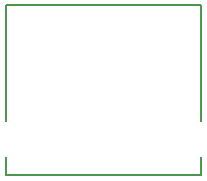
<source format=gbr>
G04 EAGLE Gerber X2 export*
%TF.Part,Single*%
%TF.FileFunction,Legend,Bot,1*%
%TF.FilePolarity,Positive*%
%TF.GenerationSoftware,Autodesk,EAGLE,8.7.0*%
%TF.CreationDate,2018-04-05T02:51:55Z*%
G75*
%MOMM*%
%FSLAX34Y34*%
%LPD*%
%AMOC8*
5,1,8,0,0,1.08239X$1,22.5*%
G01*
%ADD10C,0.203200*%


D10*
X473500Y192250D02*
X473500Y93980D01*
X473500Y63500D02*
X473500Y48250D01*
X308500Y48250D01*
X308500Y63500D01*
X308500Y93980D02*
X308500Y192250D01*
X473500Y192250D01*
M02*

</source>
